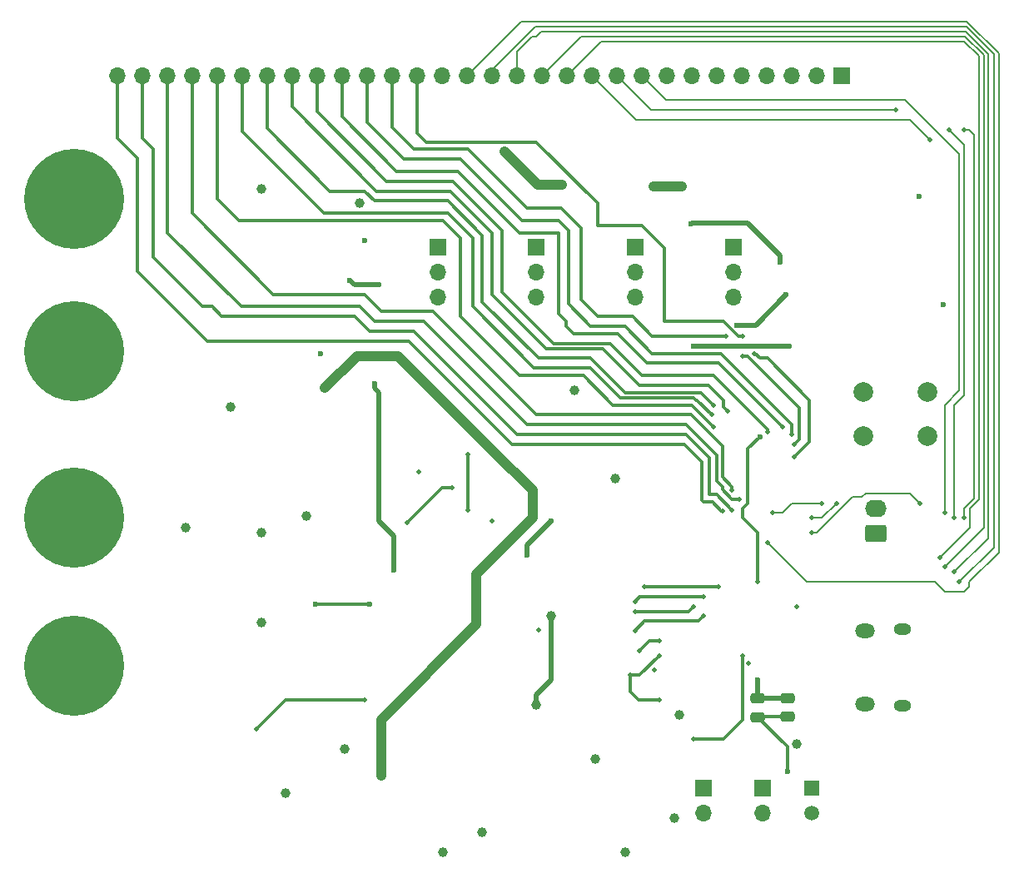
<source format=gbl>
G04 #@! TF.GenerationSoftware,KiCad,Pcbnew,8.0.1-rc1*
G04 #@! TF.CreationDate,2024-05-12T14:13:22-04:00*
G04 #@! TF.ProjectId,STM32_Play_Board,53544d33-325f-4506-9c61-795f426f6172,rev?*
G04 #@! TF.SameCoordinates,Original*
G04 #@! TF.FileFunction,Copper,L4,Bot*
G04 #@! TF.FilePolarity,Positive*
%FSLAX46Y46*%
G04 Gerber Fmt 4.6, Leading zero omitted, Abs format (unit mm)*
G04 Created by KiCad (PCBNEW 8.0.1-rc1) date 2024-05-12 14:13:22*
%MOMM*%
%LPD*%
G01*
G04 APERTURE LIST*
G04 Aperture macros list*
%AMRoundRect*
0 Rectangle with rounded corners*
0 $1 Rounding radius*
0 $2 $3 $4 $5 $6 $7 $8 $9 X,Y pos of 4 corners*
0 Add a 4 corners polygon primitive as box body*
4,1,4,$2,$3,$4,$5,$6,$7,$8,$9,$2,$3,0*
0 Add four circle primitives for the rounded corners*
1,1,$1+$1,$2,$3*
1,1,$1+$1,$4,$5*
1,1,$1+$1,$6,$7*
1,1,$1+$1,$8,$9*
0 Add four rect primitives between the rounded corners*
20,1,$1+$1,$2,$3,$4,$5,0*
20,1,$1+$1,$4,$5,$6,$7,0*
20,1,$1+$1,$6,$7,$8,$9,0*
20,1,$1+$1,$8,$9,$2,$3,0*%
G04 Aperture macros list end*
G04 #@! TA.AperFunction,ComponentPad*
%ADD10R,1.700000X1.700000*%
G04 #@! TD*
G04 #@! TA.AperFunction,ComponentPad*
%ADD11O,1.700000X1.700000*%
G04 #@! TD*
G04 #@! TA.AperFunction,ComponentPad*
%ADD12O,1.800000X1.150000*%
G04 #@! TD*
G04 #@! TA.AperFunction,ComponentPad*
%ADD13O,2.000000X1.450000*%
G04 #@! TD*
G04 #@! TA.AperFunction,ComponentPad*
%ADD14C,1.500000*%
G04 #@! TD*
G04 #@! TA.AperFunction,ComponentPad*
%ADD15RoundRect,0.250000X0.845000X-0.620000X0.845000X0.620000X-0.845000X0.620000X-0.845000X-0.620000X0*%
G04 #@! TD*
G04 #@! TA.AperFunction,ComponentPad*
%ADD16O,2.190000X1.740000*%
G04 #@! TD*
G04 #@! TA.AperFunction,ComponentPad*
%ADD17C,2.000000*%
G04 #@! TD*
G04 #@! TA.AperFunction,ComponentPad*
%ADD18C,10.160000*%
G04 #@! TD*
G04 #@! TA.AperFunction,ComponentPad*
%ADD19R,1.500000X1.500000*%
G04 #@! TD*
G04 #@! TA.AperFunction,SMDPad,CuDef*
%ADD20RoundRect,0.250000X-0.475000X0.250000X-0.475000X-0.250000X0.475000X-0.250000X0.475000X0.250000X0*%
G04 #@! TD*
G04 #@! TA.AperFunction,ViaPad*
%ADD21C,1.000000*%
G04 #@! TD*
G04 #@! TA.AperFunction,ViaPad*
%ADD22C,0.500000*%
G04 #@! TD*
G04 #@! TA.AperFunction,ViaPad*
%ADD23C,0.600000*%
G04 #@! TD*
G04 #@! TA.AperFunction,Conductor*
%ADD24C,0.300000*%
G04 #@! TD*
G04 #@! TA.AperFunction,Conductor*
%ADD25C,1.000000*%
G04 #@! TD*
G04 #@! TA.AperFunction,Conductor*
%ADD26C,0.500000*%
G04 #@! TD*
G04 #@! TA.AperFunction,Conductor*
%ADD27C,0.200000*%
G04 #@! TD*
G04 APERTURE END LIST*
D10*
G04 #@! TO.P,J12,1,Pin_1*
G04 #@! TO.N,/Micrcontroller STM32C0/SPI_Mosi*
X130000000Y-67460000D03*
D11*
G04 #@! TO.P,J12,2,Pin_2*
G04 #@! TO.N,/SD_CARD/SPI_Mosi_SD*
X130000000Y-70000000D03*
G04 #@! TO.P,J12,3,Pin_3*
G04 #@! TO.N,/SD_CARD/SPI_Mosi_Break*
X130000000Y-72540000D03*
G04 #@! TD*
D12*
G04 #@! TO.P,J1,6,Shield*
G04 #@! TO.N,unconnected-(J1-Shield-Pad6)_2*
X177195000Y-114080000D03*
D13*
G04 #@! TO.N,unconnected-(J1-Shield-Pad6)_0*
X173395000Y-113930000D03*
G04 #@! TO.N,unconnected-(J1-Shield-Pad6)_1*
X173395000Y-106480000D03*
D12*
G04 #@! TO.N,unconnected-(J1-Shield-Pad6)*
X177195000Y-106330000D03*
G04 #@! TD*
D14*
G04 #@! TO.P,J5,1,Pin_1*
G04 #@! TO.N,Earth*
X168000000Y-125000000D03*
G04 #@! TD*
D10*
G04 #@! TO.P,J13,1,Pin_1*
G04 #@! TO.N,/Micrcontroller STM32C0/SPI_Clk*
X150000000Y-67460000D03*
D11*
G04 #@! TO.P,J13,2,Pin_2*
G04 #@! TO.N,/SD_CARD/SPI_Clk_SD*
X150000000Y-70000000D03*
G04 #@! TO.P,J13,3,Pin_3*
G04 #@! TO.N,/SD_CARD/SPI_Clk_Break*
X150000000Y-72540000D03*
G04 #@! TD*
D15*
G04 #@! TO.P,J3,1,Pin_1*
G04 #@! TO.N,/Micrcontroller STM32C0/I2C1_SCL*
X174500000Y-96600000D03*
D16*
G04 #@! TO.P,J3,2,Pin_2*
G04 #@! TO.N,/Micrcontroller STM32C0/I2C1_SDA*
X174500000Y-94060000D03*
G04 #@! TD*
D10*
G04 #@! TO.P,J14,1,Pin_1*
G04 #@! TO.N,/Micrcontroller STM32C0/SPI_Miso*
X140000000Y-67460000D03*
D11*
G04 #@! TO.P,J14,2,Pin_2*
G04 #@! TO.N,/SD_CARD/SPI_Miso_SD*
X140000000Y-70000000D03*
G04 #@! TO.P,J14,3,Pin_3*
G04 #@! TO.N,/SD_CARD/SPI_Miso_Break*
X140000000Y-72540000D03*
G04 #@! TD*
D10*
G04 #@! TO.P,J11,1,Pin_1*
G04 #@! TO.N,/Micrcontroller STM32C0/SPI_Cs*
X160000000Y-67460000D03*
D11*
G04 #@! TO.P,J11,2,Pin_2*
G04 #@! TO.N,/SD_CARD/SPI_Cs_SD*
X160000000Y-70000000D03*
G04 #@! TO.P,J11,3,Pin_3*
G04 #@! TO.N,/SD_CARD/SPI_Cs_Break*
X160000000Y-72540000D03*
G04 #@! TD*
D17*
G04 #@! TO.P,SW2,1,1*
G04 #@! TO.N,/Micrcontroller STM32C0/NRST*
X173250000Y-82200000D03*
X179750000Y-82200000D03*
G04 #@! TO.P,SW2,2,2*
G04 #@! TO.N,Earth*
X173250000Y-86700000D03*
X179750000Y-86700000D03*
G04 #@! TD*
D10*
G04 #@! TO.P,J10,1,Pin_1*
G04 #@! TO.N,/Connectors/DEBUG_SWCLK*
X171000000Y-50000000D03*
D11*
G04 #@! TO.P,J10,2,Pin_2*
G04 #@! TO.N,/Connectors/DEBUG_SWDIO*
X168460000Y-50000000D03*
G04 #@! TO.P,J10,3,Pin_3*
G04 #@! TO.N,/Connectors/PA12{slash}PA10*
X165920000Y-50000000D03*
G04 #@! TO.P,J10,4,Pin_4*
G04 #@! TO.N,/Connectors/PA11{slash}PA9*
X163380000Y-50000000D03*
G04 #@! TO.P,J10,5,Pin_5*
G04 #@! TO.N,/Connectors/PC7*
X160840000Y-50000000D03*
G04 #@! TO.P,J10,6,Pin_6*
G04 #@! TO.N,/Connectors/PC6*
X158300000Y-50000000D03*
G04 #@! TO.P,J10,7,Pin_7*
G04 #@! TO.N,/Micrcontroller STM32C0/UART2_Tx*
X155760000Y-50000000D03*
G04 #@! TO.P,J10,8,Pin_8*
G04 #@! TO.N,/Connectors/PB15*
X153220000Y-50000000D03*
G04 #@! TO.P,J10,9,Pin_9*
G04 #@! TO.N,/Connectors/PB13*
X150680000Y-50000000D03*
G04 #@! TO.P,J10,10,Pin_10*
G04 #@! TO.N,/Connectors/PB14*
X148140000Y-50000000D03*
G04 #@! TO.P,J10,11,Pin_11*
G04 #@! TO.N,/Connectors/PB12*
X145600000Y-50000000D03*
G04 #@! TO.P,J10,12,Pin_12*
G04 #@! TO.N,/Connectors/PB11*
X143060000Y-50000000D03*
G04 #@! TO.P,J10,13,Pin_13*
G04 #@! TO.N,/Connectors/PB10*
X140520000Y-50000000D03*
G04 #@! TO.P,J10,14,Pin_14*
G04 #@! TO.N,/Connectors/PB1*
X137980000Y-50000000D03*
G04 #@! TO.P,J10,15,Pin_15*
G04 #@! TO.N,/Connectors/PA7*
X135440000Y-50000000D03*
G04 #@! TO.P,J10,16,Pin_16*
G04 #@! TO.N,/Connectors/PB2*
X132900000Y-50000000D03*
G04 #@! TO.P,J10,17,Pin_17*
G04 #@! TO.N,unconnected-(J10-Pin_17-Pad17)*
X130360000Y-50000000D03*
G04 #@! TO.P,J10,18,Pin_18*
G04 #@! TO.N,/Micrcontroller STM32C0/UART2_Rx*
X127820000Y-50000000D03*
G04 #@! TO.P,J10,19,Pin_19*
G04 #@! TO.N,/Connectors/PD0*
X125280000Y-50000000D03*
G04 #@! TO.P,J10,20,Pin_20*
G04 #@! TO.N,/Connectors/PD1*
X122740000Y-50000000D03*
G04 #@! TO.P,J10,21,Pin_21*
G04 #@! TO.N,/Connectors/PD2*
X120200000Y-50000000D03*
G04 #@! TO.P,J10,22,Pin_22*
G04 #@! TO.N,/Connectors/PD3*
X117660000Y-50000000D03*
G04 #@! TO.P,J10,23,Pin_23*
G04 #@! TO.N,/Connectors/PB6*
X115120000Y-50000000D03*
G04 #@! TO.P,J10,24,Pin_24*
G04 #@! TO.N,/Connectors/PB7*
X112580000Y-50000000D03*
G04 #@! TO.P,J10,25,Pin_25*
G04 #@! TO.N,/Connectors/PB8*
X110040000Y-50000000D03*
G04 #@! TO.P,J10,26,Pin_26*
G04 #@! TO.N,/Connectors/PB9*
X107500000Y-50000000D03*
G04 #@! TO.P,J10,27,Pin_27*
G04 #@! TO.N,/Connectors/PC13*
X104960000Y-50000000D03*
G04 #@! TO.P,J10,28,Pin_28*
G04 #@! TO.N,/Connectors/PC14*
X102420000Y-50000000D03*
G04 #@! TO.P,J10,29,Pin_29*
G04 #@! TO.N,/Connectors/PC15*
X99880000Y-50000000D03*
G04 #@! TO.P,J10,30,Pin_30*
G04 #@! TO.N,/Connectors/PF3*
X97340000Y-50000000D03*
G04 #@! TD*
D10*
G04 #@! TO.P,JP1,1,A*
G04 #@! TO.N,VBUS*
X157000000Y-122460000D03*
D11*
G04 #@! TO.P,JP1,2,B*
G04 #@! TO.N,/Power/Rsense+*
X157000000Y-125000000D03*
G04 #@! TD*
D18*
G04 #@! TO.P,J4,1,Pin_1*
G04 #@! TO.N,Net-(J4-Pin_1)*
X93000000Y-62500000D03*
G04 #@! TD*
G04 #@! TO.P,J8,1,Pin_1*
G04 #@! TO.N,Net-(J8-Pin_1)*
X93000000Y-110000000D03*
G04 #@! TD*
G04 #@! TO.P,J7,1,Pin_1*
G04 #@! TO.N,Net-(J7-Pin_1)*
X93000000Y-78000000D03*
G04 #@! TD*
D10*
G04 #@! TO.P,JP2,1,A*
G04 #@! TO.N,Net-(J6-Pin_1)*
X163000000Y-122460000D03*
D11*
G04 #@! TO.P,JP2,2,B*
G04 #@! TO.N,/Power/Rsense+*
X163000000Y-125000000D03*
G04 #@! TD*
D19*
G04 #@! TO.P,J6,1,Pin_1*
G04 #@! TO.N,Net-(J6-Pin_1)*
X168000000Y-122460000D03*
G04 #@! TD*
D18*
G04 #@! TO.P,J9,1,Pin_1*
G04 #@! TO.N,Net-(J9-Pin_1)*
X93000000Y-95000000D03*
G04 #@! TD*
D20*
G04 #@! TO.P,C39,1*
G04 #@! TO.N,VBUS*
X162490000Y-113350000D03*
G04 #@! TO.P,C39,2*
G04 #@! TO.N,Earth*
X162490000Y-115250000D03*
G04 #@! TD*
G04 #@! TO.P,C40,1*
G04 #@! TO.N,VBUS*
X165500000Y-113300000D03*
G04 #@! TO.P,C40,2*
G04 #@! TO.N,Earth*
X165500000Y-115200000D03*
G04 #@! TD*
D21*
G04 #@! TO.N,Earth*
X112000000Y-105600000D03*
X146000000Y-119500000D03*
X112000000Y-96500000D03*
X149000000Y-129000000D03*
X148000000Y-91000000D03*
X122000000Y-63000000D03*
X134500000Y-127000000D03*
D22*
X140200000Y-106400000D03*
D23*
X118000000Y-78300000D03*
D21*
X154500000Y-115000000D03*
X108900000Y-83700000D03*
X116600000Y-94800000D03*
D22*
X152000000Y-110500000D03*
D21*
X120500000Y-118500000D03*
D22*
X166500000Y-104000000D03*
D23*
X165500000Y-120800000D03*
D21*
X114500000Y-123000000D03*
X104300000Y-96000000D03*
X112000000Y-61500000D03*
X154000000Y-125500000D03*
D22*
X161558688Y-109808951D03*
D23*
X178900000Y-62300000D03*
D22*
X128000000Y-90300000D03*
D21*
X130500000Y-129000000D03*
D23*
X122500000Y-66800000D03*
X181400000Y-73300000D03*
D21*
X166500000Y-118000000D03*
D22*
X135500000Y-95300000D03*
D21*
X143900000Y-82000000D03*
D22*
G04 #@! TO.N,/USB to UART/USB_3V3*
X152500000Y-109000000D03*
X149500000Y-111000000D03*
X152500000Y-113500000D03*
D23*
G04 #@! TO.N,+3.3V*
X141500000Y-95300000D03*
D21*
X141500000Y-105000000D03*
X140000000Y-114000000D03*
X136750000Y-57750000D03*
X142600000Y-61100000D03*
X151900000Y-61300000D03*
D23*
X139000000Y-98800000D03*
D21*
X154800000Y-61300000D03*
G04 #@! TO.N,-3V3*
X133900000Y-100700000D03*
X135600000Y-88200000D03*
D23*
X118500000Y-81800000D03*
D21*
X124200000Y-121200000D03*
D22*
G04 #@! TO.N,/Micrcontroller STM32C0/Volt_meas*
X158500000Y-102000000D03*
X151000000Y-102000000D03*
D23*
G04 #@! TO.N,VBUS*
X162500000Y-111500000D03*
G04 #@! TO.N,/SD_CARD/SPI_Clk_SD*
X160400000Y-75400000D03*
X165400000Y-72300000D03*
G04 #@! TO.N,/SD_CARD/SPI_Mosi_SD*
X164800000Y-69000000D03*
X155700000Y-65100000D03*
G04 #@! TO.N,/SD_CARD/SPI_Miso_SD*
X165700000Y-77500000D03*
X156000000Y-77500000D03*
D22*
G04 #@! TO.N,/Connectors/PF3*
X158937261Y-94300003D03*
G04 #@! TO.N,/Connectors/PB1*
X182500000Y-100500000D03*
G04 #@! TO.N,/Connectors/PD2*
X165000000Y-85750000D03*
G04 #@! TO.N,/Connectors/PB12*
X180000000Y-56500000D03*
X183500000Y-95000000D03*
X183450000Y-55500000D03*
G04 #@! TO.N,/Connectors/PD1*
X166000000Y-86500000D03*
G04 #@! TO.N,/Connectors/PC6*
X168000000Y-95000000D03*
X170500000Y-93500000D03*
G04 #@! TO.N,/Connectors/PC14*
X160600000Y-93100000D03*
G04 #@! TO.N,/Connectors/PD3*
X163500000Y-86250000D03*
G04 #@! TO.N,/Micrcontroller STM32C0/UART2_Rx*
X166250000Y-88750000D03*
X162150000Y-78250000D03*
X161000000Y-76500000D03*
G04 #@! TO.N,/Micrcontroller STM32C0/UART2_Tx*
X168000000Y-96500000D03*
X179000000Y-93500000D03*
G04 #@! TO.N,/Connectors/PB11*
X181000000Y-99000000D03*
G04 #@! TO.N,/Connectors/PC15*
X159900000Y-94200000D03*
G04 #@! TO.N,/Connectors/PB14*
X182000000Y-55500000D03*
X182500000Y-95000000D03*
X176500000Y-53500000D03*
G04 #@! TO.N,/Connectors/PC13*
X159900000Y-92200000D03*
G04 #@! TO.N,/Connectors/PA7*
X183000000Y-101500000D03*
G04 #@! TO.N,/Connectors/PD0*
X166250000Y-87500000D03*
X161000000Y-78500000D03*
X159250000Y-76500000D03*
G04 #@! TO.N,/Connectors/PC7*
X169000000Y-93500000D03*
X164000000Y-94500000D03*
G04 #@! TO.N,/Connectors/PB7*
X158000000Y-83500000D03*
G04 #@! TO.N,/Connectors/PB2*
X163500000Y-97500000D03*
G04 #@! TO.N,/Connectors/PB8*
X157800000Y-84500000D03*
G04 #@! TO.N,/Connectors/PB10*
X181500000Y-100000000D03*
G04 #@! TO.N,/Connectors/PB9*
X158000000Y-85700000D03*
G04 #@! TO.N,/Connectors/PB13*
X181500000Y-94500000D03*
G04 #@! TO.N,/Connectors/PB6*
X159400000Y-84100000D03*
D23*
G04 #@! TO.N,/Micrcontroller STM32C0/SPI_Cs*
X162700000Y-86750000D03*
D22*
X162500000Y-101500000D03*
G04 #@! TO.N,Net-(U1-CBUS1)*
X122500000Y-113500000D03*
X111500000Y-116500000D03*
X161000000Y-109000000D03*
X156000000Y-117500000D03*
G04 #@! TO.N,Net-(U12D--)*
X131400000Y-91900000D03*
X126800000Y-95500000D03*
G04 #@! TO.N,/Micrcontroller STM32C0/-3V3_Supply*
X133000000Y-94190000D03*
X133000000Y-88500000D03*
X157000000Y-103000000D03*
X150000000Y-103500000D03*
G04 #@! TO.N,Net-(U1-~{RTS})*
X152500000Y-107500000D03*
X150500000Y-108500000D03*
G04 #@! TO.N,/Micrcontroller STM32C0/+3V3_Meas*
X150000000Y-104500000D03*
X156000000Y-104000000D03*
D23*
G04 #@! TO.N,/Micrcontroller STM32C0/Curr_meas*
X123000000Y-103800000D03*
D22*
X150000000Y-106500000D03*
D23*
X117500000Y-103800000D03*
D22*
X157000000Y-105000000D03*
D23*
G04 #@! TO.N,/Voltage and Current Measurement/1.6 V Ref*
X124000000Y-71300000D03*
X125500000Y-100300000D03*
X123500000Y-81300000D03*
X121000000Y-70800000D03*
G04 #@! TD*
D24*
G04 #@! TO.N,Earth*
X162540000Y-115200000D02*
X162490000Y-115250000D01*
X162490000Y-115250000D02*
X165500000Y-118260000D01*
X165500000Y-115200000D02*
X162540000Y-115200000D01*
X165500000Y-118260000D02*
X165500000Y-120800000D01*
G04 #@! TO.N,/USB to UART/USB_3V3*
X152500000Y-109000000D02*
X150500000Y-111000000D01*
X149500000Y-111000000D02*
X149500000Y-112625000D01*
X149500000Y-112625000D02*
X150375000Y-113500000D01*
X150375000Y-113500000D02*
X152500000Y-113500000D01*
X150500000Y-111000000D02*
X149500000Y-111000000D01*
D25*
G04 #@! TO.N,+3.3V*
X136750000Y-57750000D02*
X140100000Y-61100000D01*
D26*
X140000000Y-114000000D02*
X140000000Y-113000000D01*
X139000000Y-97800000D02*
X141500000Y-95300000D01*
X141500000Y-111500000D02*
X141500000Y-105000000D01*
X139000000Y-98800000D02*
X139000000Y-97800000D01*
D25*
X140100000Y-61100000D02*
X142600000Y-61100000D01*
D26*
X140000000Y-113000000D02*
X141500000Y-111500000D01*
D25*
X151900000Y-61300000D02*
X154800000Y-61300000D01*
G04 #@! TO.N,-3V3*
X124200000Y-121200000D02*
X124200000Y-115500000D01*
X139600000Y-95000000D02*
X139600000Y-92200000D01*
X124200000Y-115500000D02*
X133900000Y-105800000D01*
X135600000Y-88200000D02*
X125900000Y-78500000D01*
X121800000Y-78500000D02*
X118500000Y-81800000D01*
X133900000Y-105800000D02*
X133900000Y-100700000D01*
X133900000Y-100700000D02*
X139600000Y-95000000D01*
X139600000Y-92200000D02*
X135600000Y-88200000D01*
X125900000Y-78500000D02*
X121800000Y-78500000D01*
D24*
G04 #@! TO.N,/Micrcontroller STM32C0/Volt_meas*
X158500000Y-102000000D02*
X157500000Y-102000000D01*
X157500000Y-102000000D02*
X151000000Y-102000000D01*
D26*
G04 #@! TO.N,VBUS*
X165500000Y-113300000D02*
X162540000Y-113300000D01*
X162490000Y-111510000D02*
X162500000Y-111500000D01*
X165500000Y-113300000D02*
X162490000Y-113300000D01*
X162540000Y-113300000D02*
X162490000Y-113350000D01*
X162490000Y-113350000D02*
X162490000Y-111510000D01*
G04 #@! TO.N,/SD_CARD/SPI_Clk_SD*
X165400000Y-72300000D02*
X162300000Y-75400000D01*
X162300000Y-75400000D02*
X160400000Y-75400000D01*
G04 #@! TO.N,/SD_CARD/SPI_Mosi_SD*
X164800000Y-68300000D02*
X161500000Y-65000000D01*
X164800000Y-69000000D02*
X164800000Y-68300000D01*
X161500000Y-65000000D02*
X155800000Y-65000000D01*
X155800000Y-65000000D02*
X155700000Y-65100000D01*
G04 #@! TO.N,/SD_CARD/SPI_Miso_SD*
X165700000Y-77500000D02*
X156000000Y-77500000D01*
D24*
G04 #@! TO.N,/Connectors/PF3*
X157000000Y-93400000D02*
X156800000Y-93200000D01*
X157900000Y-93400000D02*
X157000000Y-93400000D01*
X97340000Y-56340000D02*
X97340000Y-50000000D01*
X99380000Y-58380000D02*
X97340000Y-56340000D01*
X158937261Y-94300003D02*
X158800003Y-94300003D01*
X155000000Y-87500000D02*
X137500000Y-87500000D01*
X137500000Y-87500000D02*
X127000000Y-77000000D01*
X158800003Y-94300003D02*
X157900000Y-93400000D01*
X99380000Y-69880000D02*
X99380000Y-58380000D01*
X156800000Y-89300000D02*
X155000000Y-87500000D01*
X106500000Y-77000000D02*
X99380000Y-69880000D01*
X127000000Y-77000000D02*
X106500000Y-77000000D01*
X156800000Y-93200000D02*
X156800000Y-89300000D01*
D27*
G04 #@! TO.N,/Connectors/PB1*
X137980000Y-47520000D02*
X137980000Y-50000000D01*
X139500000Y-46000000D02*
X137980000Y-47520000D01*
X185900000Y-97100000D02*
X185900000Y-47768629D01*
X140500000Y-45500000D02*
X140000000Y-46000000D01*
X185900000Y-47768629D02*
X183631370Y-45500000D01*
X182500000Y-100500000D02*
X185900000Y-97100000D01*
X140000000Y-46000000D02*
X139500000Y-46000000D01*
X183631370Y-45500000D02*
X140500000Y-45500000D01*
D24*
G04 #@! TO.N,/Connectors/PD2*
X132000000Y-59750000D02*
X125750000Y-59750000D01*
X120200000Y-54200000D02*
X120200000Y-50000000D01*
X142250000Y-66000000D02*
X138250000Y-66000000D01*
X143750000Y-76250000D02*
X143000000Y-75500000D01*
X158500000Y-79250000D02*
X151250000Y-79250000D01*
X151250000Y-79250000D02*
X148250000Y-76250000D01*
X143000000Y-75500000D02*
X143000000Y-75000000D01*
X125750000Y-59750000D02*
X120200000Y-54200000D01*
X148250000Y-76250000D02*
X143750000Y-76250000D01*
X165000000Y-85750000D02*
X158500000Y-79250000D01*
X142250000Y-74250000D02*
X142250000Y-66000000D01*
X143000000Y-75000000D02*
X142250000Y-74250000D01*
X138250000Y-66000000D02*
X132000000Y-59750000D01*
D27*
G04 #@! TO.N,/Connectors/PB12*
X180000000Y-56500000D02*
X178000000Y-54500000D01*
X184500000Y-56000000D02*
X184000000Y-55500000D01*
X178000000Y-54500000D02*
X150100000Y-54500000D01*
X184500000Y-93000000D02*
X184500000Y-56000000D01*
X183500000Y-94000000D02*
X184500000Y-93000000D01*
X183500000Y-95000000D02*
X183500000Y-94000000D01*
X184000000Y-55500000D02*
X183450000Y-55500000D01*
X150100000Y-54500000D02*
X145600000Y-50000000D01*
D24*
G04 #@! TO.N,/Connectors/PD1*
X138500000Y-64750000D02*
X132250000Y-58500000D01*
X132250000Y-58500000D02*
X126500000Y-58500000D01*
X166000000Y-86500000D02*
X166000000Y-85500000D01*
X158750000Y-78250000D02*
X151750000Y-78250000D01*
X166000000Y-85500000D02*
X158750000Y-78250000D01*
X151750000Y-78250000D02*
X149000000Y-75500000D01*
X126500000Y-58500000D02*
X122740000Y-54740000D01*
X145500000Y-75500000D02*
X143250000Y-73250000D01*
X149000000Y-75500000D02*
X145500000Y-75500000D01*
X142250000Y-64750000D02*
X138500000Y-64750000D01*
X143250000Y-65750000D02*
X142250000Y-64750000D01*
X122740000Y-54740000D02*
X122740000Y-50000000D01*
X143250000Y-73250000D02*
X143250000Y-65750000D01*
D27*
G04 #@! TO.N,/Connectors/PC6*
X169000000Y-95000000D02*
X170500000Y-93500000D01*
X168000000Y-95000000D02*
X169000000Y-95000000D01*
D24*
G04 #@! TO.N,/Connectors/PC14*
X158300000Y-91200000D02*
X158300000Y-88600000D01*
X102500000Y-53200000D02*
X102420000Y-53120000D01*
X128500000Y-75000000D02*
X123500000Y-75000000D01*
X110000000Y-73500000D02*
X102500000Y-66000000D01*
X155200000Y-85500000D02*
X139000000Y-85500000D01*
X160600000Y-93100000D02*
X159900000Y-93100000D01*
X158300000Y-88600000D02*
X155200000Y-85500000D01*
X158900000Y-92100000D02*
X158900000Y-91800000D01*
X122000000Y-73500000D02*
X110000000Y-73500000D01*
X158900000Y-91800000D02*
X158300000Y-91200000D01*
X139000000Y-85500000D02*
X128500000Y-75000000D01*
X123500000Y-75000000D02*
X122000000Y-73500000D01*
X102500000Y-66000000D02*
X102500000Y-53200000D01*
X159900000Y-93100000D02*
X158900000Y-92100000D01*
X102420000Y-53120000D02*
X102420000Y-50000000D01*
G04 #@! TO.N,/Connectors/PD3*
X150750000Y-80500000D02*
X147500000Y-77250000D01*
X141750000Y-77250000D02*
X136500000Y-72000000D01*
X163500000Y-86250000D02*
X163500000Y-86000000D01*
X136500000Y-72000000D02*
X136500000Y-65750000D01*
X124750000Y-60750000D02*
X117660000Y-53660000D01*
X131500000Y-60750000D02*
X124750000Y-60750000D01*
X163500000Y-86000000D02*
X158000000Y-80500000D01*
X117660000Y-53660000D02*
X117660000Y-50000000D01*
X136500000Y-65750000D02*
X131500000Y-60750000D01*
X147500000Y-77250000D02*
X141750000Y-77250000D01*
X158000000Y-80500000D02*
X150750000Y-80500000D01*
G04 #@! TO.N,/Micrcontroller STM32C0/UART2_Rx*
X146250000Y-63000000D02*
X140000000Y-56750000D01*
X163500000Y-78750000D02*
X162750000Y-78750000D01*
X167750000Y-87250000D02*
X167750000Y-83000000D01*
X128750000Y-56750000D02*
X127820000Y-55820000D01*
X162750000Y-78750000D02*
X162250000Y-78250000D01*
X160500000Y-76500000D02*
X159000000Y-75000000D01*
X159000000Y-75000000D02*
X153000000Y-75000000D01*
X167750000Y-83000000D02*
X163500000Y-78750000D01*
X153000000Y-75000000D02*
X153000000Y-67500000D01*
X162250000Y-78250000D02*
X162150000Y-78250000D01*
X150750000Y-65250000D02*
X146250000Y-65250000D01*
X127820000Y-55820000D02*
X127820000Y-50000000D01*
X140000000Y-56750000D02*
X128750000Y-56750000D01*
X146250000Y-65250000D02*
X146250000Y-63000000D01*
X166250000Y-88750000D02*
X167750000Y-87250000D01*
X161000000Y-76500000D02*
X160500000Y-76500000D01*
X153000000Y-67500000D02*
X150750000Y-65250000D01*
D27*
G04 #@! TO.N,/Micrcontroller STM32C0/UART2_Tx*
X172110000Y-92890000D02*
X173110000Y-92890000D01*
X168000000Y-96500000D02*
X168500000Y-96500000D01*
X173500000Y-92500000D02*
X178000000Y-92500000D01*
X178000000Y-92500000D02*
X179000000Y-93500000D01*
X168500000Y-96500000D02*
X172000000Y-93000000D01*
X172000000Y-93000000D02*
X172110000Y-92890000D01*
X173110000Y-92890000D02*
X173500000Y-92500000D01*
G04 #@! TO.N,/Connectors/PB11*
X185000000Y-48000000D02*
X183500000Y-46500000D01*
X184050000Y-95950000D02*
X184050000Y-94050000D01*
X185000000Y-93100000D02*
X185000000Y-48000000D01*
X183500000Y-46500000D02*
X146560000Y-46500000D01*
X181000000Y-99000000D02*
X184050000Y-95950000D01*
X184050000Y-94050000D02*
X185000000Y-93100000D01*
X146560000Y-46500000D02*
X143060000Y-50000000D01*
D24*
G04 #@! TO.N,/Connectors/PC15*
X121500000Y-74500000D02*
X123000000Y-76000000D01*
X99880000Y-56380000D02*
X101000000Y-57500000D01*
X157600000Y-88900000D02*
X157600000Y-92600000D01*
X158300000Y-92600000D02*
X159900000Y-94200000D01*
X99880000Y-50000000D02*
X99880000Y-56380000D01*
X155200000Y-86500000D02*
X157600000Y-88900000D01*
X106000000Y-73500000D02*
X107000000Y-73500000D01*
X138000000Y-86500000D02*
X155200000Y-86500000D01*
X101000000Y-57500000D02*
X101000000Y-68500000D01*
X123000000Y-76000000D02*
X127500000Y-76000000D01*
X101000000Y-68500000D02*
X106000000Y-73500000D01*
X127500000Y-76000000D02*
X138000000Y-86500000D01*
X107000000Y-73500000D02*
X108000000Y-74500000D01*
X108000000Y-74500000D02*
X121500000Y-74500000D01*
X157600000Y-92600000D02*
X158300000Y-92600000D01*
D27*
G04 #@! TO.N,/Connectors/PB14*
X183500000Y-82500000D02*
X183500000Y-57000000D01*
X151640000Y-53500000D02*
X148140000Y-50000000D01*
X182500000Y-83500000D02*
X183500000Y-82500000D01*
X182500000Y-95000000D02*
X182500000Y-83500000D01*
X183500000Y-57000000D02*
X182000000Y-55500000D01*
X176500000Y-53500000D02*
X151640000Y-53500000D01*
D24*
G04 #@! TO.N,/Connectors/PC13*
X159900000Y-91800000D02*
X158900000Y-90800000D01*
X155750000Y-84500000D02*
X140000000Y-84500000D01*
X124250000Y-74000000D02*
X122500000Y-72250000D01*
X122500000Y-72250000D02*
X113250000Y-72250000D01*
X159900000Y-92200000D02*
X159900000Y-91800000D01*
X158900000Y-90800000D02*
X158900000Y-87650000D01*
X129500000Y-74000000D02*
X124250000Y-74000000D01*
X158900000Y-87650000D02*
X155750000Y-84500000D01*
X113250000Y-72250000D02*
X104960000Y-63960000D01*
X140000000Y-84500000D02*
X129500000Y-74000000D01*
X104960000Y-63960000D02*
X104960000Y-50000000D01*
D27*
G04 #@! TO.N,/Connectors/PA7*
X186500000Y-98000000D02*
X186500000Y-47802944D01*
X183000000Y-101500000D02*
X186500000Y-98000000D01*
X139874315Y-45000000D02*
X135440000Y-49434315D01*
X183697056Y-45000000D02*
X139874315Y-45000000D01*
X186500000Y-47802944D02*
X183697056Y-45000000D01*
X135440000Y-49434315D02*
X135440000Y-50000000D01*
D24*
G04 #@! TO.N,/Connectors/PD0*
X146250000Y-74500000D02*
X144500000Y-72750000D01*
X144500000Y-72750000D02*
X144500000Y-65500000D01*
X139000000Y-63500000D02*
X133000000Y-57500000D01*
X127500000Y-57500000D02*
X125280000Y-55280000D01*
X133000000Y-57500000D02*
X127500000Y-57500000D01*
X166250000Y-87500000D02*
X166750000Y-87000000D01*
X125280000Y-55280000D02*
X125280000Y-50000000D01*
X144500000Y-65500000D02*
X142500000Y-63500000D01*
X161500000Y-78500000D02*
X161000000Y-78500000D01*
X159250000Y-76500000D02*
X151750000Y-76500000D01*
X151750000Y-76500000D02*
X149750000Y-74500000D01*
X142500000Y-63500000D02*
X139000000Y-63500000D01*
X149750000Y-74500000D02*
X146250000Y-74500000D01*
X166750000Y-83750000D02*
X161500000Y-78500000D01*
X166750000Y-87000000D02*
X166750000Y-83750000D01*
D27*
G04 #@! TO.N,/Connectors/PC7*
X165000000Y-94500000D02*
X166000000Y-93500000D01*
X164000000Y-94500000D02*
X165000000Y-94500000D01*
X166000000Y-93500000D02*
X169000000Y-93500000D01*
D24*
G04 #@! TO.N,/Connectors/PB7*
X149000000Y-82250000D02*
X145500000Y-78750000D01*
X112580000Y-55330000D02*
X112580000Y-50000000D01*
X156750000Y-82250000D02*
X149000000Y-82250000D01*
X122500000Y-61750000D02*
X119000000Y-61750000D01*
X145500000Y-78750000D02*
X140250000Y-78750000D01*
X140250000Y-78750000D02*
X134500000Y-73000000D01*
X134500000Y-66250000D02*
X131000000Y-62750000D01*
X158000000Y-83500000D02*
X156750000Y-82250000D01*
X119000000Y-61750000D02*
X112580000Y-55330000D01*
X134500000Y-73000000D02*
X134500000Y-66250000D01*
X123500000Y-62750000D02*
X122500000Y-61750000D01*
X131000000Y-62750000D02*
X123500000Y-62750000D01*
D27*
G04 #@! TO.N,/Connectors/PB2*
X180500000Y-101500000D02*
X181500000Y-102500000D01*
X183762742Y-44500000D02*
X138400000Y-44500000D01*
X181500000Y-102500000D02*
X183500000Y-102500000D01*
X184000000Y-101500000D02*
X187000000Y-98500000D01*
X138400000Y-44500000D02*
X132900000Y-50000000D01*
X163500000Y-97500000D02*
X167500000Y-101500000D01*
X183500000Y-102500000D02*
X184000000Y-102000000D01*
X187000000Y-47737258D02*
X183762742Y-44500000D01*
X184000000Y-102000000D02*
X184000000Y-101500000D01*
X187000000Y-98500000D02*
X187000000Y-47737258D01*
X167500000Y-101500000D02*
X180500000Y-101500000D01*
D24*
G04 #@! TO.N,/Connectors/PB8*
X148500000Y-82750000D02*
X145500000Y-79750000D01*
X131000000Y-64000000D02*
X118400000Y-64000000D01*
X133500000Y-73500000D02*
X133500000Y-66500000D01*
X133500000Y-66500000D02*
X131000000Y-64000000D01*
X156250000Y-83000000D02*
X156000000Y-82750000D01*
X145500000Y-79750000D02*
X139750000Y-79750000D01*
X157800000Y-84500000D02*
X156300000Y-83000000D01*
X110040000Y-55640000D02*
X110040000Y-50000000D01*
X156000000Y-82750000D02*
X148500000Y-82750000D01*
X139750000Y-79750000D02*
X133500000Y-73500000D01*
X118400000Y-64000000D02*
X110040000Y-55640000D01*
X156300000Y-83000000D02*
X156250000Y-83000000D01*
D27*
G04 #@! TO.N,/Connectors/PB10*
X144520000Y-46000000D02*
X140520000Y-50000000D01*
X183565685Y-46000000D02*
X144520000Y-46000000D01*
X185500000Y-47934315D02*
X183565685Y-46000000D01*
X181500000Y-100000000D02*
X185500000Y-96000000D01*
X185500000Y-96000000D02*
X185500000Y-47934315D01*
D24*
G04 #@! TO.N,/Connectors/PB9*
X144750000Y-80500000D02*
X147750000Y-83500000D01*
X107500000Y-62500000D02*
X109750000Y-64750000D01*
X132250000Y-74500000D02*
X138250000Y-80500000D01*
X155800000Y-83500000D02*
X158000000Y-85700000D01*
X109750000Y-64750000D02*
X130500000Y-64750000D01*
X147750000Y-83500000D02*
X155800000Y-83500000D01*
X138250000Y-80500000D02*
X144750000Y-80500000D01*
X107500000Y-50000000D02*
X107500000Y-62500000D01*
X130500000Y-64750000D02*
X132250000Y-66500000D01*
X132250000Y-66500000D02*
X132250000Y-74500000D01*
D27*
G04 #@! TO.N,/Connectors/PB13*
X183000000Y-58000000D02*
X177500000Y-52500000D01*
X181500000Y-83500000D02*
X183000000Y-82000000D01*
X181500000Y-94500000D02*
X181500000Y-83500000D01*
X153180000Y-52500000D02*
X150680000Y-50000000D01*
X183000000Y-82000000D02*
X183000000Y-58000000D01*
X177500000Y-52500000D02*
X153180000Y-52500000D01*
D24*
G04 #@! TO.N,/Connectors/PB6*
X159400000Y-84100000D02*
X159000000Y-83700000D01*
X135500000Y-66000000D02*
X131250000Y-61750000D01*
X150500000Y-81500000D02*
X146750000Y-77750000D01*
X115120000Y-53120000D02*
X115120000Y-50000000D01*
X159000000Y-83000000D02*
X157500000Y-81500000D01*
X157500000Y-81500000D02*
X150500000Y-81500000D01*
X159000000Y-83700000D02*
X159000000Y-83000000D01*
X141000000Y-77750000D02*
X135500000Y-72250000D01*
X131250000Y-61750000D02*
X123750000Y-61750000D01*
X146750000Y-77750000D02*
X141000000Y-77750000D01*
X135500000Y-72250000D02*
X135500000Y-66000000D01*
X123750000Y-61750000D02*
X115120000Y-53120000D01*
G04 #@! TO.N,/Micrcontroller STM32C0/SPI_Cs*
X162500000Y-96500000D02*
X161000000Y-95000000D01*
X162500000Y-101500000D02*
X162500000Y-96500000D01*
X161500000Y-93500000D02*
X161500000Y-87950000D01*
X161000000Y-94000000D02*
X161500000Y-93500000D01*
X161500000Y-87950000D02*
X162700000Y-86750000D01*
X161000000Y-95000000D02*
X161000000Y-94000000D01*
G04 #@! TO.N,Net-(U1-CBUS1)*
X114500000Y-113500000D02*
X111500000Y-116500000D01*
X160958688Y-115458688D02*
X161000000Y-115500000D01*
X161000000Y-115500000D02*
X159000000Y-117500000D01*
X122500000Y-113500000D02*
X114500000Y-113500000D01*
X159000000Y-117500000D02*
X156000000Y-117500000D01*
X161000000Y-109000000D02*
X160958688Y-109041312D01*
X160958688Y-109041312D02*
X160958688Y-115458688D01*
G04 #@! TO.N,Net-(U12D--)*
X130400000Y-91900000D02*
X131400000Y-91900000D01*
X126800000Y-95500000D02*
X130400000Y-91900000D01*
G04 #@! TO.N,/Micrcontroller STM32C0/-3V3_Supply*
X150500000Y-103000000D02*
X150000000Y-103500000D01*
X157000000Y-103000000D02*
X150500000Y-103000000D01*
X133000000Y-88500000D02*
X133000000Y-94190000D01*
G04 #@! TO.N,Net-(U1-~{RTS})*
X151500000Y-107500000D02*
X150500000Y-108500000D01*
X152500000Y-107500000D02*
X151500000Y-107500000D01*
G04 #@! TO.N,/Micrcontroller STM32C0/+3V3_Meas*
X156000000Y-104000000D02*
X155500000Y-104500000D01*
X155500000Y-104500000D02*
X150000000Y-104500000D01*
G04 #@! TO.N,/Micrcontroller STM32C0/Curr_meas*
X155500000Y-105500000D02*
X151000000Y-105500000D01*
X151000000Y-105500000D02*
X150000000Y-106500000D01*
X157000000Y-105000000D02*
X156500000Y-105500000D01*
X156500000Y-105500000D02*
X155500000Y-105500000D01*
X123000000Y-103800000D02*
X117500000Y-103800000D01*
D26*
G04 #@! TO.N,/Voltage and Current Measurement/1.6 V Ref*
X125500000Y-96800000D02*
X124000000Y-95300000D01*
X123500000Y-81800000D02*
X123500000Y-81300000D01*
X121500000Y-71300000D02*
X121000000Y-70800000D01*
X124000000Y-82300000D02*
X123500000Y-81800000D01*
X125500000Y-100300000D02*
X125500000Y-96800000D01*
X124000000Y-71300000D02*
X121500000Y-71300000D01*
X124000000Y-95300000D02*
X124000000Y-82300000D01*
G04 #@! TD*
M02*

</source>
